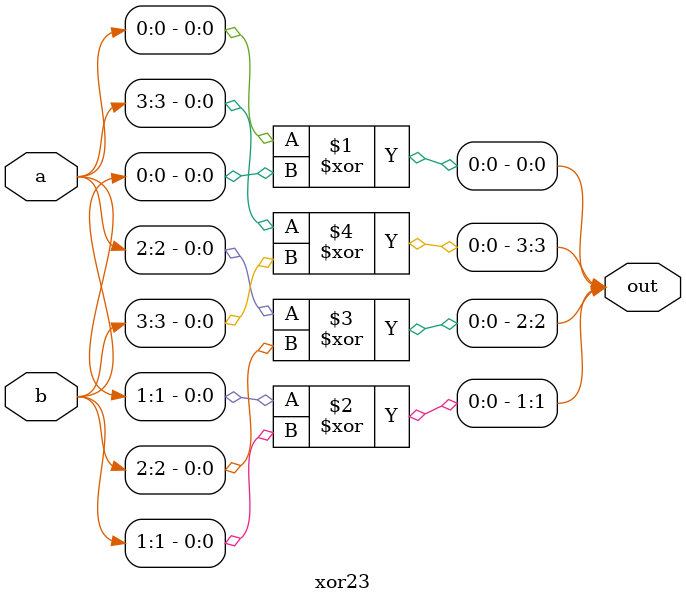
<source format=v>
module xor23 (
    input wire [3:0] a,
    input wire [3:0] b,
    output wire [3:0] out
);

assign out = ( {(a[3] ^ b[3]), (a[2] ^ b[2]), (a[1] ^ b[1]), (a[0] ^ b[0])} );

endmodule

</source>
